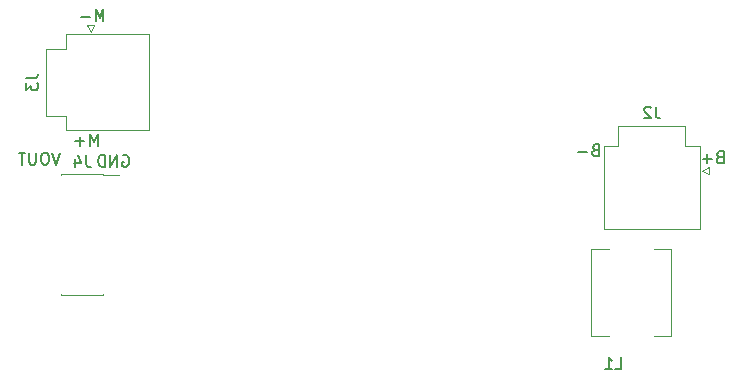
<source format=gbr>
%TF.GenerationSoftware,KiCad,Pcbnew,(5.1.9)-1*%
%TF.CreationDate,2024-04-03T17:37:13+03:00*%
%TF.ProjectId,jantteri_right,6a616e74-7465-4726-995f-72696768742e,rev?*%
%TF.SameCoordinates,Original*%
%TF.FileFunction,Legend,Bot*%
%TF.FilePolarity,Positive*%
%FSLAX46Y46*%
G04 Gerber Fmt 4.6, Leading zero omitted, Abs format (unit mm)*
G04 Created by KiCad (PCBNEW (5.1.9)-1) date 2024-04-03 17:37:13*
%MOMM*%
%LPD*%
G01*
G04 APERTURE LIST*
%ADD10C,0.150000*%
%ADD11C,0.120000*%
G04 APERTURE END LIST*
D10*
X158781999Y-86286031D02*
X158639141Y-86333650D01*
X158591522Y-86381269D01*
X158543903Y-86476507D01*
X158543903Y-86619364D01*
X158591522Y-86714602D01*
X158639141Y-86762221D01*
X158734380Y-86809840D01*
X159115332Y-86809840D01*
X159115332Y-85809840D01*
X158781999Y-85809840D01*
X158686760Y-85857460D01*
X158639141Y-85905079D01*
X158591522Y-86000317D01*
X158591522Y-86095555D01*
X158639141Y-86190793D01*
X158686760Y-86238412D01*
X158781999Y-86286031D01*
X159115332Y-86286031D01*
X158115332Y-86428888D02*
X157353427Y-86428888D01*
X169307759Y-86872771D02*
X169164901Y-86920390D01*
X169117282Y-86968009D01*
X169069663Y-87063247D01*
X169069663Y-87206104D01*
X169117282Y-87301342D01*
X169164901Y-87348961D01*
X169260140Y-87396580D01*
X169641092Y-87396580D01*
X169641092Y-86396580D01*
X169307759Y-86396580D01*
X169212520Y-86444200D01*
X169164901Y-86491819D01*
X169117282Y-86587057D01*
X169117282Y-86682295D01*
X169164901Y-86777533D01*
X169212520Y-86825152D01*
X169307759Y-86872771D01*
X169641092Y-86872771D01*
X168641092Y-87015628D02*
X167879187Y-87015628D01*
X168260140Y-87396580D02*
X168260140Y-86634676D01*
X117144680Y-75359520D02*
X117144680Y-74359520D01*
X116811347Y-75073806D01*
X116478014Y-74359520D01*
X116478014Y-75359520D01*
X116001823Y-74978568D02*
X115239919Y-74978568D01*
X116662080Y-85910680D02*
X116662080Y-84910680D01*
X116328747Y-85624966D01*
X115995414Y-84910680D01*
X115995414Y-85910680D01*
X115519223Y-85529728D02*
X114757319Y-85529728D01*
X115138271Y-85910680D02*
X115138271Y-85148776D01*
X118772844Y-86736300D02*
X118868082Y-86688680D01*
X119010940Y-86688680D01*
X119153797Y-86736300D01*
X119249035Y-86831538D01*
X119296654Y-86926776D01*
X119344273Y-87117252D01*
X119344273Y-87260109D01*
X119296654Y-87450585D01*
X119249035Y-87545823D01*
X119153797Y-87641061D01*
X119010940Y-87688680D01*
X118915701Y-87688680D01*
X118772844Y-87641061D01*
X118725225Y-87593442D01*
X118725225Y-87260109D01*
X118915701Y-87260109D01*
X118296654Y-87688680D02*
X118296654Y-86688680D01*
X117725225Y-87688680D01*
X117725225Y-86688680D01*
X117249035Y-87688680D02*
X117249035Y-86688680D01*
X117010940Y-86688680D01*
X116868082Y-86736300D01*
X116772844Y-86831538D01*
X116725225Y-86926776D01*
X116677606Y-87117252D01*
X116677606Y-87260109D01*
X116725225Y-87450585D01*
X116772844Y-87545823D01*
X116868082Y-87641061D01*
X117010940Y-87688680D01*
X117249035Y-87688680D01*
X113478724Y-86513420D02*
X113145391Y-87513420D01*
X112812058Y-86513420D01*
X112288248Y-86513420D02*
X112097772Y-86513420D01*
X112002534Y-86561040D01*
X111907296Y-86656278D01*
X111859677Y-86846754D01*
X111859677Y-87180087D01*
X111907296Y-87370563D01*
X112002534Y-87465801D01*
X112097772Y-87513420D01*
X112288248Y-87513420D01*
X112383486Y-87465801D01*
X112478724Y-87370563D01*
X112526343Y-87180087D01*
X112526343Y-86846754D01*
X112478724Y-86656278D01*
X112383486Y-86561040D01*
X112288248Y-86513420D01*
X111431105Y-86513420D02*
X111431105Y-87322944D01*
X111383486Y-87418182D01*
X111335867Y-87465801D01*
X111240629Y-87513420D01*
X111050153Y-87513420D01*
X110954915Y-87465801D01*
X110907296Y-87418182D01*
X110859677Y-87322944D01*
X110859677Y-86513420D01*
X110526343Y-86513420D02*
X109954915Y-86513420D01*
X110240629Y-87513420D02*
X110240629Y-86513420D01*
D11*
%TO.C,J3*%
X115752600Y-75697120D02*
X116052600Y-76297120D01*
X116352600Y-75697120D02*
X115752600Y-75697120D01*
X116052600Y-76297120D02*
X116352600Y-75697120D01*
X120962600Y-84577120D02*
X120962600Y-76497120D01*
X113942600Y-84577120D02*
X120962600Y-84577120D01*
X113942600Y-83377120D02*
X113942600Y-84577120D01*
X112242600Y-83377120D02*
X113942600Y-83377120D01*
X112242600Y-77697120D02*
X112242600Y-83377120D01*
X113942600Y-77697120D02*
X112242600Y-77697120D01*
X113942600Y-76497120D02*
X113942600Y-77697120D01*
X120962600Y-76497120D02*
X113942600Y-76497120D01*
%TO.C,J2*%
X168417200Y-87744020D02*
X167817200Y-88044020D01*
X168417200Y-88344020D02*
X168417200Y-87744020D01*
X167817200Y-88044020D02*
X168417200Y-88344020D01*
X159537200Y-92954020D02*
X167617200Y-92954020D01*
X159537200Y-85934020D02*
X159537200Y-92954020D01*
X160737200Y-85934020D02*
X159537200Y-85934020D01*
X160737200Y-84234020D02*
X160737200Y-85934020D01*
X166417200Y-84234020D02*
X160737200Y-84234020D01*
X166417200Y-85934020D02*
X166417200Y-84234020D01*
X167617200Y-85934020D02*
X166417200Y-85934020D01*
X167617200Y-92954020D02*
X167617200Y-85934020D01*
%TO.C,L1*%
X158423400Y-102033700D02*
X159923400Y-102033700D01*
X158423400Y-94633700D02*
X159923400Y-94633700D01*
X158423400Y-102033700D02*
X158423400Y-94633700D01*
X165223400Y-94633700D02*
X163723400Y-94633700D01*
X165223400Y-102033700D02*
X163723400Y-102033700D01*
X165223400Y-94633700D02*
X165223400Y-102033700D01*
%TO.C,J4*%
X113571320Y-98501280D02*
X113571320Y-98566280D01*
X117101320Y-98501280D02*
X117101320Y-98566280D01*
X113571320Y-88286280D02*
X113571320Y-88351280D01*
X117101320Y-88286280D02*
X117101320Y-88351280D01*
X118426320Y-88351280D02*
X117101320Y-88351280D01*
X117101320Y-98566280D02*
X113571320Y-98566280D01*
X117101320Y-88286280D02*
X113571320Y-88286280D01*
%TO.C,J3*%
D10*
X110604980Y-80203786D02*
X111319266Y-80203786D01*
X111462123Y-80156167D01*
X111557361Y-80060929D01*
X111604980Y-79918072D01*
X111604980Y-79822834D01*
X110604980Y-80584739D02*
X110604980Y-81203786D01*
X110985933Y-80870453D01*
X110985933Y-81013310D01*
X111033552Y-81108548D01*
X111081171Y-81156167D01*
X111176409Y-81203786D01*
X111414504Y-81203786D01*
X111509742Y-81156167D01*
X111557361Y-81108548D01*
X111604980Y-81013310D01*
X111604980Y-80727596D01*
X111557361Y-80632358D01*
X111509742Y-80584739D01*
%TO.C,J2*%
X163910533Y-82596400D02*
X163910533Y-83310686D01*
X163958152Y-83453543D01*
X164053390Y-83548781D01*
X164196247Y-83596400D01*
X164291485Y-83596400D01*
X163481961Y-82691639D02*
X163434342Y-82644020D01*
X163339104Y-82596400D01*
X163101009Y-82596400D01*
X163005771Y-82644020D01*
X162958152Y-82691639D01*
X162910533Y-82786877D01*
X162910533Y-82882115D01*
X162958152Y-83024972D01*
X163529580Y-83596400D01*
X162910533Y-83596400D01*
%TO.C,L1*%
X160489875Y-104824545D02*
X160966066Y-104824545D01*
X160966066Y-103824545D01*
X159632732Y-104824545D02*
X160204161Y-104824545D01*
X159918447Y-104824545D02*
X159918447Y-103824545D01*
X160013685Y-103967403D01*
X160108923Y-104062641D01*
X160204161Y-104110260D01*
%TO.C,J4*%
X115669653Y-86738660D02*
X115669653Y-87452946D01*
X115717272Y-87595803D01*
X115812510Y-87691041D01*
X115955367Y-87738660D01*
X116050605Y-87738660D01*
X114764891Y-87071994D02*
X114764891Y-87738660D01*
X115002986Y-86691041D02*
X115241081Y-87405327D01*
X114622034Y-87405327D01*
%TD*%
M02*

</source>
